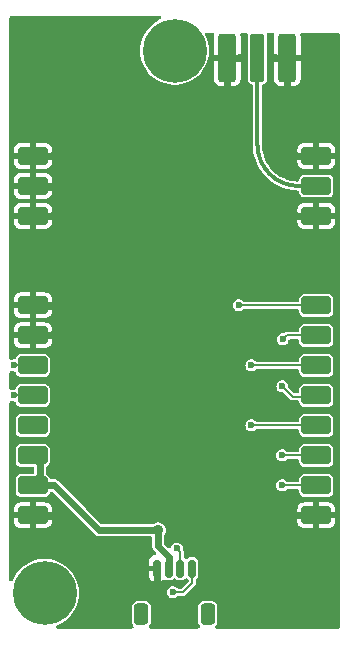
<source format=gbr>
%TF.GenerationSoftware,KiCad,Pcbnew,8.0.5*%
%TF.CreationDate,2024-10-25T02:08:45-07:00*%
%TF.ProjectId,ChungRF,4368756e-6752-4462-9e6b-696361645f70,R3*%
%TF.SameCoordinates,Original*%
%TF.FileFunction,Copper,L1,Top*%
%TF.FilePolarity,Positive*%
%FSLAX46Y46*%
G04 Gerber Fmt 4.6, Leading zero omitted, Abs format (unit mm)*
G04 Created by KiCad (PCBNEW 8.0.5) date 2024-10-25 02:08:45*
%MOMM*%
%LPD*%
G01*
G04 APERTURE LIST*
G04 Aperture macros list*
%AMRoundRect*
0 Rectangle with rounded corners*
0 $1 Rounding radius*
0 $2 $3 $4 $5 $6 $7 $8 $9 X,Y pos of 4 corners*
0 Add a 4 corners polygon primitive as box body*
4,1,4,$2,$3,$4,$5,$6,$7,$8,$9,$2,$3,0*
0 Add four circle primitives for the rounded corners*
1,1,$1+$1,$2,$3*
1,1,$1+$1,$4,$5*
1,1,$1+$1,$6,$7*
1,1,$1+$1,$8,$9*
0 Add four rect primitives between the rounded corners*
20,1,$1+$1,$2,$3,$4,$5,0*
20,1,$1+$1,$4,$5,$6,$7,0*
20,1,$1+$1,$6,$7,$8,$9,0*
20,1,$1+$1,$8,$9,$2,$3,0*%
G04 Aperture macros list end*
%TA.AperFunction,SMDPad,CuDef*%
%ADD10RoundRect,0.150000X-0.150000X-0.625000X0.150000X-0.625000X0.150000X0.625000X-0.150000X0.625000X0*%
%TD*%
%TA.AperFunction,SMDPad,CuDef*%
%ADD11RoundRect,0.250000X-0.350000X-0.650000X0.350000X-0.650000X0.350000X0.650000X-0.350000X0.650000X0*%
%TD*%
%TA.AperFunction,SMDPad,CuDef*%
%ADD12RoundRect,0.250000X-1.000000X-0.500000X1.000000X-0.500000X1.000000X0.500000X-1.000000X0.500000X0*%
%TD*%
%TA.AperFunction,SMDPad,CuDef*%
%ADD13RoundRect,0.250000X1.000000X0.500000X-1.000000X0.500000X-1.000000X-0.500000X1.000000X-0.500000X0*%
%TD*%
%TA.AperFunction,ComponentPad*%
%ADD14C,0.800000*%
%TD*%
%TA.AperFunction,ComponentPad*%
%ADD15C,5.400000*%
%TD*%
%TA.AperFunction,SMDPad,CuDef*%
%ADD16RoundRect,0.180000X-0.420000X-1.850000X0.420000X-1.850000X0.420000X1.850000X-0.420000X1.850000X0*%
%TD*%
%TA.AperFunction,SMDPad,CuDef*%
%ADD17RoundRect,0.228000X-0.532000X-1.802000X0.532000X-1.802000X0.532000X1.802000X-0.532000X1.802000X0*%
%TD*%
%TA.AperFunction,ViaPad*%
%ADD18C,0.700000*%
%TD*%
%TA.AperFunction,ViaPad*%
%ADD19C,0.600000*%
%TD*%
%TA.AperFunction,ViaPad*%
%ADD20C,0.900000*%
%TD*%
%TA.AperFunction,Conductor*%
%ADD21C,0.600000*%
%TD*%
%TA.AperFunction,Conductor*%
%ADD22C,0.190000*%
%TD*%
%TA.AperFunction,Conductor*%
%ADD23C,0.200000*%
%TD*%
%TA.AperFunction,Conductor*%
%ADD24C,0.349300*%
%TD*%
%TA.AperFunction,Conductor*%
%ADD25C,0.342100*%
%TD*%
G04 APERTURE END LIST*
D10*
%TO.P,J1,1,Pin_1*%
%TO.N,GND*%
X164049082Y-108500000D03*
%TO.P,J1,2,Pin_2*%
%TO.N,VBUS*%
X165049082Y-108500000D03*
%TO.P,J1,3,Pin_3*%
%TO.N,/CARFIO_SDA*%
X166049082Y-108500000D03*
%TO.P,J1,4,Pin_4*%
%TO.N,/CARFIO_SCL*%
X167049082Y-108500000D03*
D11*
%TO.P,J1,MP*%
%TO.N,N/C*%
X162749082Y-112375000D03*
X168349082Y-112375000D03*
%TD*%
D12*
%TO.P,U2,1,GND*%
%TO.N,GND*%
X153549082Y-73571410D03*
%TO.P,U2,2,GND*%
X153549082Y-76111410D03*
%TO.P,U2,3,GND*%
X153549082Y-78651410D03*
D13*
%TO.P,U2,4,GND*%
X153549082Y-86221410D03*
%TO.P,U2,5,GND*%
X153549082Y-88761410D03*
%TO.P,U2,6,RXEN*%
%TO.N,/RXEN*%
X153549082Y-91301410D03*
%TO.P,U2,7,TXEN*%
%TO.N,/TXEN*%
X153549082Y-93841410D03*
%TO.P,U2,8,DIO2*%
%TO.N,unconnected-(U2-DIO2-Pad8)*%
X153549082Y-96381410D03*
%TO.P,U2,9,VCC*%
%TO.N,VBUS*%
X153549082Y-98921410D03*
%TO.P,U2,10,VCC*%
X153549082Y-101461410D03*
%TO.P,U2,11,GND*%
%TO.N,GND*%
X153549082Y-104001410D03*
%TO.P,U2,12,GND*%
X177549082Y-104001410D03*
%TO.P,U2,13,DIO1*%
%TO.N,/DIO1*%
X177549082Y-101461410D03*
%TO.P,U2,14,BUSY*%
%TO.N,/BUSY*%
X177549082Y-98921410D03*
%TO.P,U2,15,~{NRST}*%
%TO.N,/NRST*%
X177549082Y-96381410D03*
%TO.P,U2,16,MISO*%
%TO.N,/MISO*%
X177549082Y-93841410D03*
%TO.P,U2,17,MOSI*%
%TO.N,/MOSI*%
X177549082Y-91301410D03*
%TO.P,U2,18,SCK*%
%TO.N,/SCK*%
X177549082Y-88761410D03*
%TO.P,U2,19,~{NSS}*%
%TO.N,/NSS*%
X177549082Y-86221410D03*
D12*
%TO.P,U2,20,GND*%
%TO.N,GND*%
X177549082Y-78651410D03*
%TO.P,U2,21,ANT*%
%TO.N,/RF_ANT*%
X177549082Y-76111410D03*
%TO.P,U2,22,GND*%
%TO.N,GND*%
X177549082Y-73571410D03*
%TD*%
D14*
%TO.P,H1,1*%
%TO.N,N/C*%
X163524082Y-64650000D03*
X164117191Y-63218109D03*
X164117191Y-66081891D03*
X165549082Y-62625000D03*
D15*
X165549082Y-64650000D03*
D14*
X165549082Y-66675000D03*
X166980973Y-63218109D03*
X166980973Y-66081891D03*
X167574082Y-64650000D03*
%TD*%
%TO.P,H2,1*%
%TO.N,N/C*%
X152516891Y-110598109D03*
X153110000Y-109166218D03*
X153110000Y-112030000D03*
X154541891Y-108573109D03*
D15*
X154541891Y-110598109D03*
D14*
X154541891Y-112623109D03*
X155973782Y-109166218D03*
X155973782Y-112030000D03*
X156566891Y-110598109D03*
%TD*%
D16*
%TO.P,J2,1,In*%
%TO.N,/RF_ANT*%
X172564984Y-65250000D03*
D17*
%TO.P,J2,2,Ext*%
%TO.N,GND*%
X170024984Y-65250000D03*
X175104984Y-65250000D03*
%TD*%
D18*
%TO.N,GND*%
X174000000Y-97150000D03*
D19*
%TO.N,/NSS*%
X171000000Y-86200000D03*
D18*
%TO.N,GND*%
X151919082Y-92550000D03*
X157100000Y-83050000D03*
D20*
X156700000Y-94050000D03*
D18*
X174600000Y-87800000D03*
D19*
%TO.N,/TXEN*%
X151950000Y-93850000D03*
%TO.N,/RXEN*%
X151951410Y-91301410D03*
D18*
%TO.N,GND*%
X178850000Y-112950000D03*
X161500000Y-112700000D03*
X174600000Y-85200000D03*
D20*
X174000000Y-94000000D03*
X174000000Y-79000000D03*
D19*
%TO.N,/SCK*%
X174700000Y-89100000D03*
%TO.N,/MISO*%
X174675000Y-93075000D03*
%TO.N,/MOSI*%
X172050000Y-91301410D03*
%TO.N,/BUSY*%
X174650000Y-98921410D03*
%TO.N,/NRST*%
X172050000Y-96381410D03*
%TO.N,/DIO1*%
X174650000Y-101461410D03*
D18*
%TO.N,GND*%
X171466310Y-71807946D03*
D20*
X174600000Y-104001410D03*
D18*
X174797501Y-77031690D03*
X174200000Y-74050000D03*
D20*
X164000000Y-99000000D03*
X169000000Y-89000000D03*
X164000000Y-69000000D03*
X178600000Y-63900000D03*
X161500000Y-104270000D03*
D18*
X173663660Y-70800000D03*
X173663660Y-68100000D03*
D20*
X152300000Y-82000000D03*
X159000000Y-74000000D03*
X175649082Y-78671410D03*
X164000000Y-79000000D03*
X169000000Y-74000000D03*
X169000000Y-69000000D03*
X174725000Y-106800000D03*
X159000000Y-69000000D03*
X159000000Y-62600000D03*
X164000000Y-89000000D03*
D18*
X171466310Y-69107946D03*
X175650000Y-77250000D03*
X171466310Y-70907946D03*
D20*
X170024984Y-68150000D03*
X166700000Y-112700000D03*
D18*
X174850000Y-74600000D03*
X175650000Y-74900000D03*
X171790200Y-74305988D03*
D20*
X164000000Y-74000000D03*
X164000000Y-104000000D03*
X169000000Y-94000000D03*
X164000000Y-84000000D03*
X155449082Y-73571410D03*
D18*
X171551807Y-73500802D03*
X173302284Y-76284240D03*
X174014984Y-65250000D03*
D20*
X155449082Y-76171410D03*
X155449082Y-104071410D03*
X169000000Y-108000000D03*
X161500000Y-101730000D03*
X169000000Y-84000000D03*
D18*
X172680585Y-75720756D03*
X173663660Y-69000000D03*
D20*
X175649082Y-73571410D03*
X169000000Y-79000000D03*
X152300000Y-108000000D03*
X164049082Y-110095000D03*
D18*
X171100000Y-65250000D03*
D20*
X157000000Y-101691410D03*
X156700000Y-100181410D03*
X175104984Y-68150000D03*
D18*
X172170973Y-75054072D03*
D20*
X155449082Y-78671410D03*
X178650000Y-69000000D03*
D18*
X171466310Y-68207946D03*
D20*
X174000000Y-112800000D03*
D18*
X173800000Y-73350000D03*
D20*
X164000000Y-94000000D03*
D18*
X173663660Y-72557437D03*
X173663660Y-71700000D03*
X174015702Y-76726063D03*
D20*
X153900000Y-62600000D03*
X156700000Y-98691410D03*
D18*
X171466310Y-72665383D03*
X173663660Y-69900000D03*
X171466310Y-70007946D03*
D20*
X169000000Y-99000000D03*
X169000000Y-104000000D03*
X159000000Y-79000000D03*
X155449082Y-88771410D03*
X152300000Y-69000000D03*
X155449082Y-86271410D03*
X152400000Y-64000000D03*
D19*
%TO.N,/CARFIO_SCL*%
X165400000Y-110500000D03*
%TO.N,/CARFIO_SDA*%
X165750000Y-106800000D03*
D20*
%TO.N,VBUS*%
X164150000Y-105250000D03*
X154150000Y-99400000D03*
X154150000Y-100950000D03*
D18*
%TO.N,GND*%
X174000000Y-100400000D03*
%TD*%
D21*
%TO.N,VBUS*%
X164150000Y-106600000D02*
X165049082Y-107499082D01*
X164150000Y-105250000D02*
X164150000Y-106600000D01*
X165049082Y-107499082D02*
X165049082Y-108500000D01*
D22*
%TO.N,/NSS*%
X171000000Y-86200000D02*
X171021410Y-86221410D01*
X171021410Y-86221410D02*
X177549082Y-86221410D01*
D23*
%TO.N,/MOSI*%
X172050000Y-91301410D02*
X177549082Y-91301410D01*
%TO.N,/NRST*%
X172050000Y-96381410D02*
X177549082Y-96381410D01*
%TO.N,/DIO1*%
X174650000Y-101461410D02*
X177549082Y-101461410D01*
%TO.N,/BUSY*%
X174650000Y-98921410D02*
X177549082Y-98921410D01*
D22*
%TO.N,/CARFIO_SCL*%
X167049082Y-109750918D02*
X167049082Y-108500000D01*
X165400000Y-110500000D02*
X166300000Y-110500000D01*
X166300000Y-110500000D02*
X167049082Y-109750918D01*
D21*
%TO.N,VBUS*%
X155361410Y-101461410D02*
X153549082Y-101461410D01*
X159150000Y-105250000D02*
X155361410Y-101461410D01*
X164150000Y-105250000D02*
X159150000Y-105250000D01*
D23*
%TO.N,/SCK*%
X175038590Y-88761410D02*
X177549082Y-88761410D01*
X174700000Y-89100000D02*
X175038590Y-88761410D01*
%TO.N,/MISO*%
X177440492Y-93950000D02*
X177549082Y-93841410D01*
X174675000Y-93075000D02*
X175550000Y-93950000D01*
X175550000Y-93950000D02*
X177440492Y-93950000D01*
D22*
%TO.N,/TXEN*%
X151958590Y-93841410D02*
X151950000Y-93850000D01*
X153549082Y-93841410D02*
X151958590Y-93841410D01*
D23*
%TO.N,/RXEN*%
X151950000Y-91300000D02*
X151951410Y-91301410D01*
X153549082Y-91301410D02*
X151951410Y-91301410D01*
D21*
%TO.N,GND*%
X175104984Y-65250000D02*
X175104984Y-68125016D01*
X155549082Y-88771410D02*
X153649082Y-88771410D01*
X155549082Y-73571410D02*
X153649082Y-73571410D01*
X155549082Y-78671410D02*
X153649082Y-78671410D01*
X171100000Y-65250000D02*
X170024984Y-65250000D01*
X164049082Y-110045918D02*
X164000000Y-110095000D01*
X174014984Y-65250000D02*
X175104984Y-65250000D01*
X155549082Y-86271410D02*
X153649082Y-86271410D01*
X175649082Y-78671410D02*
X177549082Y-78671410D01*
X170024984Y-65250000D02*
X170024984Y-68125016D01*
X175649082Y-73571410D02*
X177549082Y-73571410D01*
X164049082Y-108500000D02*
X164049082Y-110045918D01*
X177549082Y-104001410D02*
X174600000Y-104001410D01*
X155549082Y-76171410D02*
X153649082Y-76171410D01*
X155549082Y-104071410D02*
X153649082Y-104071410D01*
D24*
%TO.N,/RF_ANT*%
X177533179Y-76095507D02*
X177549082Y-76111410D01*
D25*
X172564984Y-72611410D02*
X172564984Y-65117312D01*
X176064984Y-76111410D02*
X177549082Y-76111410D01*
X176064984Y-76111410D02*
G75*
G02*
X172564990Y-72611410I16J3500010D01*
G01*
D22*
%TO.N,/NSS*%
X178021410Y-86221410D02*
X177549082Y-86221410D01*
%TO.N,/SCK*%
X177961410Y-88761410D02*
X177549082Y-88761410D01*
%TO.N,/TXEN*%
X153540492Y-93850000D02*
X153549082Y-93841410D01*
D21*
%TO.N,VBUS*%
X154150000Y-99400000D02*
X154150000Y-100950000D01*
D22*
%TO.N,/CARFIO_SDA*%
X166049082Y-107099082D02*
X166049082Y-108500000D01*
X165750000Y-106800000D02*
X166049082Y-107099082D01*
%TD*%
%TA.AperFunction,Conductor*%
%TO.N,GND*%
G36*
X164365213Y-61740462D02*
G01*
X164419751Y-61795000D01*
X164439713Y-61869500D01*
X164419751Y-61944000D01*
X164365213Y-61998538D01*
X164357584Y-62002651D01*
X164096379Y-62133832D01*
X163949693Y-62230309D01*
X163814088Y-62319498D01*
X163814086Y-62319499D01*
X163814085Y-62319500D01*
X163555266Y-62536674D01*
X163555261Y-62536680D01*
X163323412Y-62782424D01*
X163323409Y-62782428D01*
X163121641Y-63053449D01*
X162952707Y-63346051D01*
X162952705Y-63346055D01*
X162818883Y-63656289D01*
X162818881Y-63656296D01*
X162721984Y-63979954D01*
X162721982Y-63979964D01*
X162663312Y-64312695D01*
X162663310Y-64312709D01*
X162643666Y-64650000D01*
X162663310Y-64987290D01*
X162663312Y-64987304D01*
X162721982Y-65320035D01*
X162721984Y-65320045D01*
X162818881Y-65643703D01*
X162818883Y-65643710D01*
X162952705Y-65953944D01*
X162952707Y-65953948D01*
X163121642Y-66246552D01*
X163323404Y-66517565D01*
X163323406Y-66517567D01*
X163323409Y-66517571D01*
X163323412Y-66517575D01*
X163555261Y-66763319D01*
X163555266Y-66763325D01*
X163738074Y-66916718D01*
X163814088Y-66980502D01*
X164096374Y-67166164D01*
X164096379Y-67166167D01*
X164398300Y-67317797D01*
X164398306Y-67317800D01*
X164715799Y-67433358D01*
X165044562Y-67511276D01*
X165380147Y-67550500D01*
X165380150Y-67550500D01*
X165718014Y-67550500D01*
X165718017Y-67550500D01*
X166053602Y-67511276D01*
X166382365Y-67433358D01*
X166699858Y-67317800D01*
X167001790Y-67166164D01*
X167117773Y-67089881D01*
X168914985Y-67089881D01*
X168929861Y-67202887D01*
X168988101Y-67343493D01*
X169080748Y-67464234D01*
X169080749Y-67464235D01*
X169201490Y-67556882D01*
X169342101Y-67615124D01*
X169342098Y-67615124D01*
X169455094Y-67629999D01*
X169774984Y-67629999D01*
X170274984Y-67629999D01*
X170594865Y-67629999D01*
X170707871Y-67615122D01*
X170848477Y-67556882D01*
X170969218Y-67464235D01*
X170969219Y-67464234D01*
X171061866Y-67343493D01*
X171120108Y-67202883D01*
X171134983Y-67089892D01*
X171134984Y-67089888D01*
X171134984Y-65500000D01*
X170274984Y-65500000D01*
X170274984Y-67629999D01*
X169774984Y-67629999D01*
X169774984Y-65500000D01*
X168914985Y-65500000D01*
X168914985Y-67089881D01*
X167117773Y-67089881D01*
X167284076Y-66980502D01*
X167542899Y-66763323D01*
X167774760Y-66517565D01*
X167976522Y-66246552D01*
X168145457Y-65953948D01*
X168279280Y-65643711D01*
X168376182Y-65320035D01*
X168434853Y-64987298D01*
X168454498Y-64650000D01*
X168434853Y-64312702D01*
X168376182Y-63979965D01*
X168279280Y-63656289D01*
X168143740Y-63342071D01*
X168145028Y-63341515D01*
X168130730Y-63272232D01*
X168154997Y-63199021D01*
X168212619Y-63147752D01*
X168279477Y-63131910D01*
X168343860Y-63131910D01*
X168781708Y-63131910D01*
X168856208Y-63151872D01*
X168910746Y-63206410D01*
X168930708Y-63280910D01*
X168929433Y-63300358D01*
X168914984Y-63410107D01*
X168914984Y-65000000D01*
X171134983Y-65000000D01*
X171134983Y-63410118D01*
X171120534Y-63300357D01*
X171130603Y-63223888D01*
X171177556Y-63162699D01*
X171248813Y-63133184D01*
X171268260Y-63131910D01*
X171626001Y-63131910D01*
X171700501Y-63151872D01*
X171755039Y-63206410D01*
X171775001Y-63280910D01*
X171773444Y-63302393D01*
X171764484Y-63363881D01*
X171764484Y-67136118D01*
X171775259Y-67210069D01*
X171775260Y-67210073D01*
X171831031Y-67324155D01*
X171920828Y-67413952D01*
X172034910Y-67469723D01*
X172034912Y-67469724D01*
X172065917Y-67474241D01*
X172136758Y-67504734D01*
X172182864Y-67566565D01*
X172193434Y-67621684D01*
X172193434Y-72669794D01*
X172193440Y-72669889D01*
X172193440Y-72801612D01*
X172230726Y-73180166D01*
X172304939Y-73553257D01*
X172415362Y-73917270D01*
X172415363Y-73917274D01*
X172560932Y-74268704D01*
X172740246Y-74604179D01*
X172785168Y-74671409D01*
X172951583Y-74920466D01*
X173192902Y-75214515D01*
X173461881Y-75483493D01*
X173461891Y-75483501D01*
X173755926Y-75724812D01*
X173778447Y-75739860D01*
X174072213Y-75936148D01*
X174407690Y-76115465D01*
X174759127Y-76261037D01*
X175123140Y-76371460D01*
X175496224Y-76445672D01*
X175604384Y-76456325D01*
X175874781Y-76482959D01*
X175874786Y-76482959D01*
X175949582Y-76482959D01*
X176024082Y-76502921D01*
X176078620Y-76557459D01*
X176098582Y-76631959D01*
X176098582Y-76665685D01*
X176101435Y-76696105D01*
X176146289Y-76824293D01*
X176226930Y-76933558D01*
X176226933Y-76933561D01*
X176336198Y-77014202D01*
X176336199Y-77014202D01*
X176336200Y-77014203D01*
X176464383Y-77059056D01*
X176494816Y-77061910D01*
X176494823Y-77061910D01*
X178603341Y-77061910D01*
X178603348Y-77061910D01*
X178633781Y-77059056D01*
X178761964Y-77014203D01*
X178871232Y-76933560D01*
X178951875Y-76824292D01*
X178996728Y-76696109D01*
X178999582Y-76665676D01*
X178999582Y-75557144D01*
X178996728Y-75526711D01*
X178951875Y-75398528D01*
X178871232Y-75289260D01*
X178871230Y-75289258D01*
X178761965Y-75208617D01*
X178690135Y-75183483D01*
X178633781Y-75163764D01*
X178633779Y-75163763D01*
X178633777Y-75163763D01*
X178603357Y-75160910D01*
X178603348Y-75160910D01*
X176494816Y-75160910D01*
X176494806Y-75160910D01*
X176464386Y-75163763D01*
X176336198Y-75208617D01*
X176226933Y-75289258D01*
X176226930Y-75289261D01*
X176146289Y-75398526D01*
X176101435Y-75526714D01*
X176098582Y-75557134D01*
X176098582Y-75584606D01*
X176078620Y-75659106D01*
X176024082Y-75713644D01*
X175949582Y-75733606D01*
X175941784Y-75733402D01*
X175745767Y-75723129D01*
X175730255Y-75721498D01*
X175422264Y-75672715D01*
X175407010Y-75669473D01*
X175105780Y-75588758D01*
X175090947Y-75583938D01*
X174799828Y-75472187D01*
X174785580Y-75465844D01*
X174507724Y-75324269D01*
X174494217Y-75316471D01*
X174259069Y-75163763D01*
X174232676Y-75146623D01*
X174220063Y-75137459D01*
X174158134Y-75087310D01*
X173977715Y-74941209D01*
X173966125Y-74930773D01*
X173745623Y-74710270D01*
X173735187Y-74698680D01*
X173658663Y-74604181D01*
X173538930Y-74456322D01*
X173529766Y-74443709D01*
X173359929Y-74182181D01*
X173352131Y-74168675D01*
X173322610Y-74110738D01*
X175949083Y-74110738D01*
X175964525Y-74228039D01*
X175964525Y-74228041D01*
X176024982Y-74373999D01*
X176121155Y-74499332D01*
X176121159Y-74499336D01*
X176246492Y-74595509D01*
X176392453Y-74655967D01*
X176509756Y-74671409D01*
X177299082Y-74671409D01*
X177799082Y-74671409D01*
X178588403Y-74671409D01*
X178588410Y-74671408D01*
X178705711Y-74655966D01*
X178705713Y-74655966D01*
X178851671Y-74595509D01*
X178977004Y-74499336D01*
X178977008Y-74499332D01*
X179073181Y-74373999D01*
X179133639Y-74228038D01*
X179149081Y-74110738D01*
X179149082Y-74110733D01*
X179149082Y-73821410D01*
X177799082Y-73821410D01*
X177799082Y-74671409D01*
X177299082Y-74671409D01*
X177299082Y-73821410D01*
X175949083Y-73821410D01*
X175949083Y-74110738D01*
X173322610Y-74110738D01*
X173210553Y-73890814D01*
X173204210Y-73876566D01*
X173092452Y-73585429D01*
X173087643Y-73570628D01*
X173006928Y-73269395D01*
X173003686Y-73254140D01*
X172968515Y-73032081D01*
X175949082Y-73032081D01*
X175949082Y-73321410D01*
X177299082Y-73321410D01*
X177799082Y-73321410D01*
X179149081Y-73321410D01*
X179149081Y-73032089D01*
X179149080Y-73032081D01*
X179133638Y-72914780D01*
X179133638Y-72914778D01*
X179073181Y-72768820D01*
X178977008Y-72643487D01*
X178977004Y-72643483D01*
X178851671Y-72547310D01*
X178705710Y-72486852D01*
X178588410Y-72471410D01*
X177799082Y-72471410D01*
X177799082Y-73321410D01*
X177299082Y-73321410D01*
X177299082Y-72471410D01*
X176509761Y-72471410D01*
X176509752Y-72471411D01*
X176392452Y-72486853D01*
X176392450Y-72486853D01*
X176246492Y-72547310D01*
X176121159Y-72643483D01*
X176121155Y-72643487D01*
X176024982Y-72768820D01*
X175964524Y-72914781D01*
X175949082Y-73032081D01*
X172968515Y-73032081D01*
X172954901Y-72946130D01*
X172953270Y-72930620D01*
X172952440Y-72914778D01*
X172936737Y-72615175D01*
X172936534Y-72607399D01*
X172936534Y-67621684D01*
X172956496Y-67547184D01*
X173011034Y-67492646D01*
X173064049Y-67474241D01*
X173095056Y-67469724D01*
X173209141Y-67413951D01*
X173298935Y-67324157D01*
X173354708Y-67210072D01*
X173365484Y-67136110D01*
X173365484Y-67089881D01*
X173994985Y-67089881D01*
X174009861Y-67202887D01*
X174068101Y-67343493D01*
X174160748Y-67464234D01*
X174160749Y-67464235D01*
X174281490Y-67556882D01*
X174422101Y-67615124D01*
X174422098Y-67615124D01*
X174535094Y-67629999D01*
X174854984Y-67629999D01*
X175354984Y-67629999D01*
X175674865Y-67629999D01*
X175787871Y-67615122D01*
X175928477Y-67556882D01*
X176049218Y-67464235D01*
X176049219Y-67464234D01*
X176141866Y-67343493D01*
X176200108Y-67202883D01*
X176214983Y-67089892D01*
X176214984Y-67089888D01*
X176214984Y-65500000D01*
X175354984Y-65500000D01*
X175354984Y-67629999D01*
X174854984Y-67629999D01*
X174854984Y-65500000D01*
X173994985Y-65500000D01*
X173994985Y-67089881D01*
X173365484Y-67089881D01*
X173365484Y-63363890D01*
X173356524Y-63302392D01*
X173365536Y-63225794D01*
X173411640Y-63163962D01*
X173482484Y-63133467D01*
X173503967Y-63131910D01*
X173861708Y-63131910D01*
X173936208Y-63151872D01*
X173990746Y-63206410D01*
X174010708Y-63280910D01*
X174009433Y-63300358D01*
X173994984Y-63410107D01*
X173994984Y-65000000D01*
X176214983Y-65000000D01*
X176214983Y-63410118D01*
X176200534Y-63300357D01*
X176210603Y-63223888D01*
X176257556Y-63162699D01*
X176328813Y-63133184D01*
X176348260Y-63131910D01*
X179379582Y-63131910D01*
X179454082Y-63151872D01*
X179508620Y-63206410D01*
X179528582Y-63280910D01*
X179528582Y-113430500D01*
X179508620Y-113505000D01*
X179454082Y-113559538D01*
X179379582Y-113579500D01*
X169144903Y-113579500D01*
X169070403Y-113559538D01*
X169015865Y-113505000D01*
X168995903Y-113430500D01*
X169015865Y-113356000D01*
X169025018Y-113342021D01*
X169101874Y-113237883D01*
X169101873Y-113237883D01*
X169101875Y-113237882D01*
X169146728Y-113109699D01*
X169149582Y-113079266D01*
X169149582Y-111670734D01*
X169146728Y-111640301D01*
X169101875Y-111512118D01*
X169021232Y-111402850D01*
X169021230Y-111402848D01*
X168911965Y-111322207D01*
X168852124Y-111301268D01*
X168783781Y-111277354D01*
X168783779Y-111277353D01*
X168783777Y-111277353D01*
X168753357Y-111274500D01*
X168753348Y-111274500D01*
X167944816Y-111274500D01*
X167944806Y-111274500D01*
X167914386Y-111277353D01*
X167786198Y-111322207D01*
X167676933Y-111402848D01*
X167676930Y-111402851D01*
X167596289Y-111512116D01*
X167551435Y-111640304D01*
X167548582Y-111670724D01*
X167548582Y-113079275D01*
X167551435Y-113109695D01*
X167596289Y-113237883D01*
X167673146Y-113342021D01*
X167701324Y-113413818D01*
X167689829Y-113490084D01*
X167641740Y-113550385D01*
X167569943Y-113578563D01*
X167553261Y-113579500D01*
X163544903Y-113579500D01*
X163470403Y-113559538D01*
X163415865Y-113505000D01*
X163395903Y-113430500D01*
X163415865Y-113356000D01*
X163425018Y-113342021D01*
X163501874Y-113237883D01*
X163501873Y-113237883D01*
X163501875Y-113237882D01*
X163546728Y-113109699D01*
X163549582Y-113079266D01*
X163549582Y-111670734D01*
X163546728Y-111640301D01*
X163501875Y-111512118D01*
X163421232Y-111402850D01*
X163421230Y-111402848D01*
X163311965Y-111322207D01*
X163252124Y-111301268D01*
X163183781Y-111277354D01*
X163183779Y-111277353D01*
X163183777Y-111277353D01*
X163153357Y-111274500D01*
X163153348Y-111274500D01*
X162344816Y-111274500D01*
X162344806Y-111274500D01*
X162314386Y-111277353D01*
X162186198Y-111322207D01*
X162076933Y-111402848D01*
X162076930Y-111402851D01*
X161996289Y-111512116D01*
X161951435Y-111640304D01*
X161948582Y-111670724D01*
X161948582Y-113079275D01*
X161951435Y-113109695D01*
X161996289Y-113237883D01*
X162073146Y-113342021D01*
X162101324Y-113413818D01*
X162089829Y-113490084D01*
X162041740Y-113550385D01*
X161969943Y-113578563D01*
X161953261Y-113579500D01*
X155676103Y-113579500D01*
X155601603Y-113559538D01*
X155547065Y-113505000D01*
X155527103Y-113430500D01*
X155547065Y-113356000D01*
X155601603Y-113301462D01*
X155625142Y-113290486D01*
X155692667Y-113265909D01*
X155994599Y-113114273D01*
X156276885Y-112928611D01*
X156535708Y-112711432D01*
X156767569Y-112465674D01*
X156969331Y-112194661D01*
X157138266Y-111902057D01*
X157272089Y-111591820D01*
X157368991Y-111268144D01*
X157427662Y-110935407D01*
X157447307Y-110598109D01*
X157427662Y-110260811D01*
X157368991Y-109928074D01*
X157350101Y-109864978D01*
X157272091Y-109604405D01*
X157272089Y-109604398D01*
X157200223Y-109437793D01*
X157138266Y-109294161D01*
X157068211Y-109172822D01*
X163399082Y-109172822D01*
X163399083Y-109172842D01*
X163405483Y-109232377D01*
X163455727Y-109367084D01*
X163455732Y-109367094D01*
X163541891Y-109482187D01*
X163541894Y-109482190D01*
X163656987Y-109568349D01*
X163656997Y-109568354D01*
X163791701Y-109618597D01*
X163791708Y-109618598D01*
X163799082Y-109619390D01*
X163799082Y-108750000D01*
X163399082Y-108750000D01*
X163399082Y-109172822D01*
X157068211Y-109172822D01*
X156969331Y-109001557D01*
X156767569Y-108730544D01*
X156767565Y-108730540D01*
X156767563Y-108730537D01*
X156767560Y-108730533D01*
X156535711Y-108484789D01*
X156535706Y-108484783D01*
X156327560Y-108310129D01*
X156276885Y-108267607D01*
X155994599Y-108081945D01*
X155994593Y-108081941D01*
X155692672Y-107930311D01*
X155692669Y-107930310D01*
X155692668Y-107930309D01*
X155692667Y-107930309D01*
X155375174Y-107814751D01*
X155241552Y-107783082D01*
X155046417Y-107736834D01*
X155046413Y-107736833D01*
X155046411Y-107736833D01*
X154710826Y-107697609D01*
X154372956Y-107697609D01*
X154037371Y-107736833D01*
X154037369Y-107736833D01*
X154037364Y-107736834D01*
X153708604Y-107814752D01*
X153391112Y-107930310D01*
X153391109Y-107930311D01*
X153089188Y-108081941D01*
X152942502Y-108178418D01*
X152806897Y-108267607D01*
X152806895Y-108267608D01*
X152806894Y-108267609D01*
X152548075Y-108484783D01*
X152548070Y-108484789D01*
X152316221Y-108730533D01*
X152316218Y-108730537D01*
X152114450Y-109001558D01*
X151945516Y-109294160D01*
X151945514Y-109294164D01*
X151855396Y-109503083D01*
X151807559Y-109563583D01*
X151735880Y-109592059D01*
X151659566Y-109580881D01*
X151599066Y-109533044D01*
X151570590Y-109461365D01*
X151569582Y-109444067D01*
X151569582Y-104540738D01*
X151949083Y-104540738D01*
X151964525Y-104658039D01*
X151964525Y-104658041D01*
X152024982Y-104803999D01*
X152121155Y-104929332D01*
X152121159Y-104929336D01*
X152246492Y-105025509D01*
X152392453Y-105085967D01*
X152509756Y-105101409D01*
X153299082Y-105101409D01*
X153799082Y-105101409D01*
X154588403Y-105101409D01*
X154588410Y-105101408D01*
X154705711Y-105085966D01*
X154705713Y-105085966D01*
X154851671Y-105025509D01*
X154977004Y-104929336D01*
X154977008Y-104929332D01*
X155073181Y-104803999D01*
X155133639Y-104658038D01*
X155149081Y-104540738D01*
X155149082Y-104540733D01*
X155149082Y-104251410D01*
X153799082Y-104251410D01*
X153799082Y-105101409D01*
X153299082Y-105101409D01*
X153299082Y-104251410D01*
X151949083Y-104251410D01*
X151949083Y-104540738D01*
X151569582Y-104540738D01*
X151569582Y-103462081D01*
X151949082Y-103462081D01*
X151949082Y-103751410D01*
X153299082Y-103751410D01*
X153799082Y-103751410D01*
X155149081Y-103751410D01*
X155149081Y-103462089D01*
X155149080Y-103462081D01*
X155133638Y-103344780D01*
X155133638Y-103344778D01*
X155073181Y-103198820D01*
X154977008Y-103073487D01*
X154977004Y-103073483D01*
X154851671Y-102977310D01*
X154705710Y-102916852D01*
X154588410Y-102901410D01*
X153799082Y-102901410D01*
X153799082Y-103751410D01*
X153299082Y-103751410D01*
X153299082Y-102901410D01*
X152509761Y-102901410D01*
X152509752Y-102901411D01*
X152392452Y-102916853D01*
X152392450Y-102916853D01*
X152246492Y-102977310D01*
X152121159Y-103073483D01*
X152121155Y-103073487D01*
X152024982Y-103198820D01*
X151964524Y-103344781D01*
X151949082Y-103462081D01*
X151569582Y-103462081D01*
X151569582Y-98367134D01*
X152098582Y-98367134D01*
X152098582Y-99475685D01*
X152101435Y-99506105D01*
X152146289Y-99634293D01*
X152226930Y-99743558D01*
X152226933Y-99743561D01*
X152336198Y-99824202D01*
X152336199Y-99824202D01*
X152336200Y-99824203D01*
X152464383Y-99869056D01*
X152494816Y-99871910D01*
X153500500Y-99871910D01*
X153575000Y-99891872D01*
X153629538Y-99946410D01*
X153649500Y-100020910D01*
X153649500Y-100361910D01*
X153629538Y-100436410D01*
X153575000Y-100490948D01*
X153500500Y-100510910D01*
X152494806Y-100510910D01*
X152464386Y-100513763D01*
X152336198Y-100558617D01*
X152226933Y-100639258D01*
X152226930Y-100639261D01*
X152146289Y-100748526D01*
X152101435Y-100876714D01*
X152098582Y-100907134D01*
X152098582Y-102015685D01*
X152101435Y-102046105D01*
X152146289Y-102174293D01*
X152226930Y-102283558D01*
X152226933Y-102283561D01*
X152336198Y-102364202D01*
X152336199Y-102364202D01*
X152336200Y-102364203D01*
X152464383Y-102409056D01*
X152494816Y-102411910D01*
X152494823Y-102411910D01*
X154603341Y-102411910D01*
X154603348Y-102411910D01*
X154633781Y-102409056D01*
X154761964Y-102364203D01*
X154871232Y-102283560D01*
X154951875Y-102174292D01*
X154981025Y-102090984D01*
X155024473Y-102027259D01*
X155093962Y-101993794D01*
X155170875Y-101999557D01*
X155227023Y-102034837D01*
X158842686Y-105650500D01*
X158866073Y-105664002D01*
X158866076Y-105664005D01*
X158866077Y-105664005D01*
X158956809Y-105716390D01*
X158956811Y-105716390D01*
X158956814Y-105716392D01*
X159084107Y-105750500D01*
X159084108Y-105750500D01*
X163500500Y-105750500D01*
X163575000Y-105770462D01*
X163629538Y-105825000D01*
X163649500Y-105899500D01*
X163649500Y-106665893D01*
X163658639Y-106700001D01*
X163683608Y-106793186D01*
X163687542Y-106800000D01*
X163749497Y-106907310D01*
X163749498Y-106907311D01*
X163749500Y-106907314D01*
X163962829Y-107120643D01*
X164001392Y-107187436D01*
X164001392Y-107264564D01*
X163962828Y-107331359D01*
X163896033Y-107369923D01*
X163857469Y-107375000D01*
X163851259Y-107375000D01*
X163851239Y-107375001D01*
X163791704Y-107381401D01*
X163656997Y-107431645D01*
X163656987Y-107431650D01*
X163541894Y-107517809D01*
X163541891Y-107517812D01*
X163455732Y-107632905D01*
X163455727Y-107632915D01*
X163405483Y-107767622D01*
X163399083Y-107827157D01*
X163399082Y-107827177D01*
X163399082Y-108250000D01*
X164150082Y-108250000D01*
X164224582Y-108269962D01*
X164279120Y-108324500D01*
X164299082Y-108399000D01*
X164299082Y-109619390D01*
X164306455Y-109618598D01*
X164306462Y-109618597D01*
X164441166Y-109568354D01*
X164441176Y-109568349D01*
X164556269Y-109482190D01*
X164563806Y-109474654D01*
X164564746Y-109475594D01*
X164616767Y-109434684D01*
X164693110Y-109423706D01*
X164740863Y-109437792D01*
X164797689Y-109465573D01*
X164797688Y-109465573D01*
X164865813Y-109475499D01*
X164865819Y-109475499D01*
X164865822Y-109475500D01*
X164865823Y-109475500D01*
X165232341Y-109475500D01*
X165232342Y-109475500D01*
X165232345Y-109475499D01*
X165232350Y-109475499D01*
X165300475Y-109465573D01*
X165300476Y-109465573D01*
X165405563Y-109414199D01*
X165405563Y-109414198D01*
X165405565Y-109414198D01*
X165443723Y-109376040D01*
X165510518Y-109337476D01*
X165587646Y-109337476D01*
X165654441Y-109376040D01*
X165692600Y-109414199D01*
X165797687Y-109465573D01*
X165865813Y-109475499D01*
X165865819Y-109475499D01*
X165865822Y-109475500D01*
X165865823Y-109475500D01*
X166232341Y-109475500D01*
X166232342Y-109475500D01*
X166232345Y-109475499D01*
X166232350Y-109475499D01*
X166300475Y-109465573D01*
X166300476Y-109465573D01*
X166405563Y-109414199D01*
X166405563Y-109414198D01*
X166405565Y-109414198D01*
X166443724Y-109376038D01*
X166510516Y-109337475D01*
X166587645Y-109337475D01*
X166654437Y-109376036D01*
X166692599Y-109414198D01*
X166692600Y-109414198D01*
X166701330Y-109422928D01*
X166700160Y-109424097D01*
X166740194Y-109472707D01*
X166753582Y-109534435D01*
X166753582Y-109566800D01*
X166733620Y-109641300D01*
X166709941Y-109672159D01*
X166221241Y-110160859D01*
X166154446Y-110199423D01*
X166115882Y-110204500D01*
X165874250Y-110204500D01*
X165799750Y-110184538D01*
X165761643Y-110153073D01*
X165731133Y-110117862D01*
X165731127Y-110117856D01*
X165697465Y-110096223D01*
X165610053Y-110040047D01*
X165610050Y-110040046D01*
X165471967Y-109999501D01*
X165471962Y-109999500D01*
X165471961Y-109999500D01*
X165328039Y-109999500D01*
X165328037Y-109999500D01*
X165328032Y-109999501D01*
X165189949Y-110040046D01*
X165068872Y-110117856D01*
X165068870Y-110117859D01*
X164974622Y-110226628D01*
X164914834Y-110357545D01*
X164894353Y-110499996D01*
X164894353Y-110500003D01*
X164914834Y-110642454D01*
X164914834Y-110642455D01*
X164914835Y-110642457D01*
X164974623Y-110773373D01*
X165068872Y-110882143D01*
X165189947Y-110959953D01*
X165328039Y-111000500D01*
X165328041Y-111000500D01*
X165471959Y-111000500D01*
X165471961Y-111000500D01*
X165610053Y-110959953D01*
X165731128Y-110882143D01*
X165761643Y-110846927D01*
X165825516Y-110803695D01*
X165874250Y-110795500D01*
X166338901Y-110795500D01*
X166338904Y-110795500D01*
X166376481Y-110785431D01*
X166414059Y-110775362D01*
X166481441Y-110736459D01*
X166536459Y-110681441D01*
X167285541Y-109932359D01*
X167288015Y-109928074D01*
X167324444Y-109864977D01*
X167344582Y-109789821D01*
X167344582Y-109534435D01*
X167364544Y-109459935D01*
X167397521Y-109423614D01*
X167396835Y-109422928D01*
X167488278Y-109331485D01*
X167488281Y-109331481D01*
X167539655Y-109226394D01*
X167539655Y-109226393D01*
X167549581Y-109158268D01*
X167549582Y-109158258D01*
X167549582Y-107841741D01*
X167549581Y-107841731D01*
X167539655Y-107773606D01*
X167539655Y-107773605D01*
X167488281Y-107668518D01*
X167405563Y-107585800D01*
X167300476Y-107534426D01*
X167232350Y-107524500D01*
X167232342Y-107524500D01*
X166865822Y-107524500D01*
X166865813Y-107524500D01*
X166797688Y-107534426D01*
X166797687Y-107534426D01*
X166692600Y-107585800D01*
X166692599Y-107585801D01*
X166654441Y-107623960D01*
X166587646Y-107662524D01*
X166510518Y-107662524D01*
X166443723Y-107623960D01*
X166396835Y-107577072D01*
X166398003Y-107575903D01*
X166357964Y-107527278D01*
X166344582Y-107465563D01*
X166344582Y-107060179D01*
X166324444Y-106985023D01*
X166299869Y-106942457D01*
X166285543Y-106917643D01*
X166284328Y-106916060D01*
X166283563Y-106914214D01*
X166280658Y-106909182D01*
X166281320Y-106908799D01*
X166254809Y-106844804D01*
X166255050Y-106804145D01*
X166255647Y-106800000D01*
X166246928Y-106739358D01*
X166235166Y-106657545D01*
X166175377Y-106526628D01*
X166175377Y-106526627D01*
X166081128Y-106417857D01*
X166081127Y-106417856D01*
X166041961Y-106392686D01*
X165960053Y-106340047D01*
X165960050Y-106340046D01*
X165821967Y-106299501D01*
X165821962Y-106299500D01*
X165821961Y-106299500D01*
X165678039Y-106299500D01*
X165678037Y-106299500D01*
X165678032Y-106299501D01*
X165539949Y-106340046D01*
X165418872Y-106417856D01*
X165418870Y-106417859D01*
X165324622Y-106526628D01*
X165264834Y-106657544D01*
X165263265Y-106668458D01*
X165232902Y-106739358D01*
X165171156Y-106785578D01*
X165094574Y-106794733D01*
X165023674Y-106764370D01*
X165010423Y-106752609D01*
X164694141Y-106436327D01*
X164655577Y-106369532D01*
X164650500Y-106330968D01*
X164650500Y-105716446D01*
X164670462Y-105641946D01*
X164676869Y-105631814D01*
X164730220Y-105554523D01*
X164786237Y-105406818D01*
X164805278Y-105250000D01*
X164786237Y-105093182D01*
X164730220Y-104945477D01*
X164640483Y-104815470D01*
X164627535Y-104803999D01*
X164522239Y-104710716D01*
X164382363Y-104637303D01*
X164304591Y-104618134D01*
X164228985Y-104599500D01*
X164071015Y-104599500D01*
X164010359Y-104614450D01*
X163917636Y-104637303D01*
X163777757Y-104710718D01*
X163776283Y-104712025D01*
X163774769Y-104712780D01*
X163770342Y-104715837D01*
X163769908Y-104715208D01*
X163707283Y-104746488D01*
X163677475Y-104749500D01*
X159419032Y-104749500D01*
X159344532Y-104729538D01*
X159313673Y-104705859D01*
X159148552Y-104540738D01*
X175949083Y-104540738D01*
X175964525Y-104658039D01*
X175964525Y-104658041D01*
X176024982Y-104803999D01*
X176121155Y-104929332D01*
X176121159Y-104929336D01*
X176246492Y-105025509D01*
X176392453Y-105085967D01*
X176509756Y-105101409D01*
X177299082Y-105101409D01*
X177799082Y-105101409D01*
X178588403Y-105101409D01*
X178588410Y-105101408D01*
X178705711Y-105085966D01*
X178705713Y-105085966D01*
X178851671Y-105025509D01*
X178977004Y-104929336D01*
X178977008Y-104929332D01*
X179073181Y-104803999D01*
X179133639Y-104658038D01*
X179149081Y-104540738D01*
X179149082Y-104540733D01*
X179149082Y-104251410D01*
X177799082Y-104251410D01*
X177799082Y-105101409D01*
X177299082Y-105101409D01*
X177299082Y-104251410D01*
X175949083Y-104251410D01*
X175949083Y-104540738D01*
X159148552Y-104540738D01*
X158069895Y-103462081D01*
X175949082Y-103462081D01*
X175949082Y-103751410D01*
X177299082Y-103751410D01*
X177799082Y-103751410D01*
X179149081Y-103751410D01*
X179149081Y-103462089D01*
X179149080Y-103462081D01*
X179133638Y-103344780D01*
X179133638Y-103344778D01*
X179073181Y-103198820D01*
X178977008Y-103073487D01*
X178977004Y-103073483D01*
X178851671Y-102977310D01*
X178705710Y-102916852D01*
X178588410Y-102901410D01*
X177799082Y-102901410D01*
X177799082Y-103751410D01*
X177299082Y-103751410D01*
X177299082Y-102901410D01*
X176509761Y-102901410D01*
X176509752Y-102901411D01*
X176392452Y-102916853D01*
X176392450Y-102916853D01*
X176246492Y-102977310D01*
X176121159Y-103073483D01*
X176121155Y-103073487D01*
X176024982Y-103198820D01*
X175964524Y-103344781D01*
X175949082Y-103462081D01*
X158069895Y-103462081D01*
X157509224Y-102901410D01*
X156069220Y-101461406D01*
X174144353Y-101461406D01*
X174144353Y-101461413D01*
X174164834Y-101603864D01*
X174164834Y-101603865D01*
X174164835Y-101603867D01*
X174224623Y-101734783D01*
X174318872Y-101843553D01*
X174439947Y-101921363D01*
X174578039Y-101961910D01*
X174578041Y-101961910D01*
X174721959Y-101961910D01*
X174721961Y-101961910D01*
X174860053Y-101921363D01*
X174981128Y-101843553D01*
X175007311Y-101813335D01*
X175071185Y-101770105D01*
X175119918Y-101761910D01*
X175949582Y-101761910D01*
X176024082Y-101781872D01*
X176078620Y-101836410D01*
X176098582Y-101910910D01*
X176098582Y-102015685D01*
X176101435Y-102046105D01*
X176146289Y-102174293D01*
X176226930Y-102283558D01*
X176226933Y-102283561D01*
X176336198Y-102364202D01*
X176336199Y-102364202D01*
X176336200Y-102364203D01*
X176464383Y-102409056D01*
X176494816Y-102411910D01*
X176494823Y-102411910D01*
X178603341Y-102411910D01*
X178603348Y-102411910D01*
X178633781Y-102409056D01*
X178761964Y-102364203D01*
X178871232Y-102283560D01*
X178951875Y-102174292D01*
X178996728Y-102046109D01*
X178999582Y-102015676D01*
X178999582Y-100907144D01*
X178996728Y-100876711D01*
X178951875Y-100748528D01*
X178871232Y-100639260D01*
X178871230Y-100639258D01*
X178761965Y-100558617D01*
X178650499Y-100519614D01*
X178633781Y-100513764D01*
X178633779Y-100513763D01*
X178633777Y-100513763D01*
X178603357Y-100510910D01*
X178603348Y-100510910D01*
X176494816Y-100510910D01*
X176494806Y-100510910D01*
X176464386Y-100513763D01*
X176336198Y-100558617D01*
X176226933Y-100639258D01*
X176226930Y-100639261D01*
X176146289Y-100748526D01*
X176101435Y-100876714D01*
X176098582Y-100907134D01*
X176098582Y-101011910D01*
X176078620Y-101086410D01*
X176024082Y-101140948D01*
X175949582Y-101160910D01*
X175119918Y-101160910D01*
X175045418Y-101140948D01*
X175007311Y-101109484D01*
X174987317Y-101086410D01*
X174981128Y-101079267D01*
X174981127Y-101079266D01*
X174947465Y-101057633D01*
X174860053Y-101001457D01*
X174860050Y-101001456D01*
X174721967Y-100960911D01*
X174721962Y-100960910D01*
X174721961Y-100960910D01*
X174578039Y-100960910D01*
X174578037Y-100960910D01*
X174578032Y-100960911D01*
X174439949Y-101001456D01*
X174318872Y-101079266D01*
X174318870Y-101079269D01*
X174224622Y-101188038D01*
X174164834Y-101318955D01*
X174144353Y-101461406D01*
X156069220Y-101461406D01*
X155668724Y-101060910D01*
X155668721Y-101060908D01*
X155668720Y-101060907D01*
X155597924Y-101020033D01*
X155554596Y-100995018D01*
X155427302Y-100960910D01*
X155131912Y-100960910D01*
X155057412Y-100940948D01*
X155002874Y-100886410D01*
X154991273Y-100861121D01*
X154951874Y-100748526D01*
X154871233Y-100639261D01*
X154871230Y-100639258D01*
X154761964Y-100558616D01*
X154761961Y-100558614D01*
X154750285Y-100554529D01*
X154686560Y-100511080D01*
X154653097Y-100441589D01*
X154650500Y-100413892D01*
X154650500Y-99968926D01*
X154670462Y-99894426D01*
X154725000Y-99839888D01*
X154750281Y-99828290D01*
X154761964Y-99824203D01*
X154871232Y-99743560D01*
X154951875Y-99634292D01*
X154996728Y-99506109D01*
X154999582Y-99475676D01*
X154999582Y-98921406D01*
X174144353Y-98921406D01*
X174144353Y-98921413D01*
X174164834Y-99063864D01*
X174164834Y-99063865D01*
X174164835Y-99063867D01*
X174224623Y-99194783D01*
X174318872Y-99303553D01*
X174439947Y-99381363D01*
X174578039Y-99421910D01*
X174578041Y-99421910D01*
X174721959Y-99421910D01*
X174721961Y-99421910D01*
X174860053Y-99381363D01*
X174981128Y-99303553D01*
X175007311Y-99273335D01*
X175071185Y-99230105D01*
X175119918Y-99221910D01*
X175949582Y-99221910D01*
X176024082Y-99241872D01*
X176078620Y-99296410D01*
X176098582Y-99370910D01*
X176098582Y-99475685D01*
X176101435Y-99506105D01*
X176146289Y-99634293D01*
X176226930Y-99743558D01*
X176226933Y-99743561D01*
X176336198Y-99824202D01*
X176336199Y-99824202D01*
X176336200Y-99824203D01*
X176464383Y-99869056D01*
X176494816Y-99871910D01*
X176494823Y-99871910D01*
X178603341Y-99871910D01*
X178603348Y-99871910D01*
X178633781Y-99869056D01*
X178761964Y-99824203D01*
X178871232Y-99743560D01*
X178951875Y-99634292D01*
X178996728Y-99506109D01*
X178999582Y-99475676D01*
X178999582Y-98367144D01*
X178996728Y-98336711D01*
X178951875Y-98208528D01*
X178871232Y-98099260D01*
X178871230Y-98099258D01*
X178761965Y-98018617D01*
X178702124Y-97997678D01*
X178633781Y-97973764D01*
X178633779Y-97973763D01*
X178633777Y-97973763D01*
X178603357Y-97970910D01*
X178603348Y-97970910D01*
X176494816Y-97970910D01*
X176494806Y-97970910D01*
X176464386Y-97973763D01*
X176336198Y-98018617D01*
X176226933Y-98099258D01*
X176226930Y-98099261D01*
X176146289Y-98208526D01*
X176101435Y-98336714D01*
X176098582Y-98367134D01*
X176098582Y-98471910D01*
X176078620Y-98546410D01*
X176024082Y-98600948D01*
X175949582Y-98620910D01*
X175119918Y-98620910D01*
X175045418Y-98600948D01*
X175007311Y-98569484D01*
X174987317Y-98546410D01*
X174981128Y-98539267D01*
X174981127Y-98539266D01*
X174947465Y-98517633D01*
X174860053Y-98461457D01*
X174860050Y-98461456D01*
X174721967Y-98420911D01*
X174721962Y-98420910D01*
X174721961Y-98420910D01*
X174578039Y-98420910D01*
X174578037Y-98420910D01*
X174578032Y-98420911D01*
X174439949Y-98461456D01*
X174318872Y-98539266D01*
X174318870Y-98539269D01*
X174224622Y-98648038D01*
X174164834Y-98778955D01*
X174144353Y-98921406D01*
X154999582Y-98921406D01*
X154999582Y-98367144D01*
X154996728Y-98336711D01*
X154951875Y-98208528D01*
X154871232Y-98099260D01*
X154871230Y-98099258D01*
X154761965Y-98018617D01*
X154702124Y-97997678D01*
X154633781Y-97973764D01*
X154633779Y-97973763D01*
X154633777Y-97973763D01*
X154603357Y-97970910D01*
X154603348Y-97970910D01*
X152494816Y-97970910D01*
X152494806Y-97970910D01*
X152464386Y-97973763D01*
X152336198Y-98018617D01*
X152226933Y-98099258D01*
X152226930Y-98099261D01*
X152146289Y-98208526D01*
X152101435Y-98336714D01*
X152098582Y-98367134D01*
X151569582Y-98367134D01*
X151569582Y-95827134D01*
X152098582Y-95827134D01*
X152098582Y-96935685D01*
X152101435Y-96966105D01*
X152146289Y-97094293D01*
X152226930Y-97203558D01*
X152226933Y-97203561D01*
X152336198Y-97284202D01*
X152336199Y-97284202D01*
X152336200Y-97284203D01*
X152464383Y-97329056D01*
X152494816Y-97331910D01*
X152494823Y-97331910D01*
X154603341Y-97331910D01*
X154603348Y-97331910D01*
X154633781Y-97329056D01*
X154761964Y-97284203D01*
X154871232Y-97203560D01*
X154951875Y-97094292D01*
X154996728Y-96966109D01*
X154999582Y-96935676D01*
X154999582Y-96381406D01*
X171544353Y-96381406D01*
X171544353Y-96381413D01*
X171564834Y-96523864D01*
X171564834Y-96523865D01*
X171564835Y-96523867D01*
X171624623Y-96654783D01*
X171718872Y-96763553D01*
X171839947Y-96841363D01*
X171978039Y-96881910D01*
X171978041Y-96881910D01*
X172121959Y-96881910D01*
X172121961Y-96881910D01*
X172260053Y-96841363D01*
X172381128Y-96763553D01*
X172407311Y-96733335D01*
X172471185Y-96690105D01*
X172519918Y-96681910D01*
X175949582Y-96681910D01*
X176024082Y-96701872D01*
X176078620Y-96756410D01*
X176098582Y-96830910D01*
X176098582Y-96935685D01*
X176101435Y-96966105D01*
X176146289Y-97094293D01*
X176226930Y-97203558D01*
X176226933Y-97203561D01*
X176336198Y-97284202D01*
X176336199Y-97284202D01*
X176336200Y-97284203D01*
X176464383Y-97329056D01*
X176494816Y-97331910D01*
X176494823Y-97331910D01*
X178603341Y-97331910D01*
X178603348Y-97331910D01*
X178633781Y-97329056D01*
X178761964Y-97284203D01*
X178871232Y-97203560D01*
X178951875Y-97094292D01*
X178996728Y-96966109D01*
X178999582Y-96935676D01*
X178999582Y-95827144D01*
X178996728Y-95796711D01*
X178951875Y-95668528D01*
X178871232Y-95559260D01*
X178871230Y-95559258D01*
X178761965Y-95478617D01*
X178702124Y-95457678D01*
X178633781Y-95433764D01*
X178633779Y-95433763D01*
X178633777Y-95433763D01*
X178603357Y-95430910D01*
X178603348Y-95430910D01*
X176494816Y-95430910D01*
X176494806Y-95430910D01*
X176464386Y-95433763D01*
X176336198Y-95478617D01*
X176226933Y-95559258D01*
X176226930Y-95559261D01*
X176146289Y-95668526D01*
X176101435Y-95796714D01*
X176098582Y-95827134D01*
X176098582Y-95931910D01*
X176078620Y-96006410D01*
X176024082Y-96060948D01*
X175949582Y-96080910D01*
X172519918Y-96080910D01*
X172445418Y-96060948D01*
X172407311Y-96029484D01*
X172387317Y-96006410D01*
X172381128Y-95999267D01*
X172381127Y-95999266D01*
X172347465Y-95977633D01*
X172260053Y-95921457D01*
X172260050Y-95921456D01*
X172121967Y-95880911D01*
X172121962Y-95880910D01*
X172121961Y-95880910D01*
X171978039Y-95880910D01*
X171978037Y-95880910D01*
X171978032Y-95880911D01*
X171839949Y-95921456D01*
X171718872Y-95999266D01*
X171718870Y-95999269D01*
X171624622Y-96108038D01*
X171564834Y-96238955D01*
X171544353Y-96381406D01*
X154999582Y-96381406D01*
X154999582Y-95827144D01*
X154996728Y-95796711D01*
X154951875Y-95668528D01*
X154871232Y-95559260D01*
X154871230Y-95559258D01*
X154761965Y-95478617D01*
X154702124Y-95457678D01*
X154633781Y-95433764D01*
X154633779Y-95433763D01*
X154633777Y-95433763D01*
X154603357Y-95430910D01*
X154603348Y-95430910D01*
X152494816Y-95430910D01*
X152494806Y-95430910D01*
X152464386Y-95433763D01*
X152336198Y-95478617D01*
X152226933Y-95559258D01*
X152226930Y-95559261D01*
X152146289Y-95668526D01*
X152101435Y-95796714D01*
X152098582Y-95827134D01*
X151569582Y-95827134D01*
X151569582Y-94458969D01*
X151589544Y-94384469D01*
X151644082Y-94329931D01*
X151718582Y-94309969D01*
X151760556Y-94316004D01*
X151878039Y-94350500D01*
X151878041Y-94350500D01*
X151969258Y-94350500D01*
X152043758Y-94370462D01*
X152098296Y-94425000D01*
X152109897Y-94450289D01*
X152146289Y-94554293D01*
X152226930Y-94663558D01*
X152226933Y-94663561D01*
X152336198Y-94744202D01*
X152336199Y-94744202D01*
X152336200Y-94744203D01*
X152464383Y-94789056D01*
X152494816Y-94791910D01*
X152494823Y-94791910D01*
X154603341Y-94791910D01*
X154603348Y-94791910D01*
X154633781Y-94789056D01*
X154761964Y-94744203D01*
X154871232Y-94663560D01*
X154951875Y-94554292D01*
X154996728Y-94426109D01*
X154999582Y-94395676D01*
X154999582Y-93287144D01*
X154996728Y-93256711D01*
X154951875Y-93128528D01*
X154912367Y-93074996D01*
X174169353Y-93074996D01*
X174169353Y-93075003D01*
X174189834Y-93217454D01*
X174189834Y-93217455D01*
X174189835Y-93217457D01*
X174249623Y-93348373D01*
X174343872Y-93457143D01*
X174464947Y-93534953D01*
X174603039Y-93575500D01*
X174603041Y-93575500D01*
X174688811Y-93575500D01*
X174763311Y-93595462D01*
X174794170Y-93619141D01*
X175309540Y-94134511D01*
X175365489Y-94190460D01*
X175434011Y-94230021D01*
X175510438Y-94250500D01*
X175949598Y-94250500D01*
X176024098Y-94270462D01*
X176078636Y-94325000D01*
X176098435Y-94392530D01*
X176098582Y-94395685D01*
X176101435Y-94426105D01*
X176146289Y-94554293D01*
X176226930Y-94663558D01*
X176226933Y-94663561D01*
X176336198Y-94744202D01*
X176336199Y-94744202D01*
X176336200Y-94744203D01*
X176464383Y-94789056D01*
X176494816Y-94791910D01*
X176494823Y-94791910D01*
X178603341Y-94791910D01*
X178603348Y-94791910D01*
X178633781Y-94789056D01*
X178761964Y-94744203D01*
X178871232Y-94663560D01*
X178951875Y-94554292D01*
X178996728Y-94426109D01*
X178999582Y-94395676D01*
X178999582Y-93287144D01*
X178996728Y-93256711D01*
X178951875Y-93128528D01*
X178871232Y-93019260D01*
X178871230Y-93019258D01*
X178761965Y-92938617D01*
X178702124Y-92917678D01*
X178633781Y-92893764D01*
X178633779Y-92893763D01*
X178633777Y-92893763D01*
X178603357Y-92890910D01*
X178603348Y-92890910D01*
X176494816Y-92890910D01*
X176494806Y-92890910D01*
X176464386Y-92893763D01*
X176336198Y-92938617D01*
X176226933Y-93019258D01*
X176226930Y-93019261D01*
X176146289Y-93128526D01*
X176101435Y-93256714D01*
X176098582Y-93287134D01*
X176098582Y-93500500D01*
X176078620Y-93575000D01*
X176024082Y-93629538D01*
X175949582Y-93649500D01*
X175736189Y-93649500D01*
X175661689Y-93629538D01*
X175630830Y-93605859D01*
X175223244Y-93198273D01*
X175184680Y-93131478D01*
X175181953Y-93085658D01*
X175180647Y-93085658D01*
X175180647Y-93074996D01*
X175160166Y-92932545D01*
X175142455Y-92893764D01*
X175100377Y-92801627D01*
X175006128Y-92692857D01*
X175006127Y-92692856D01*
X174972465Y-92671223D01*
X174885053Y-92615047D01*
X174885050Y-92615046D01*
X174746967Y-92574501D01*
X174746962Y-92574500D01*
X174746961Y-92574500D01*
X174603039Y-92574500D01*
X174603037Y-92574500D01*
X174603032Y-92574501D01*
X174464949Y-92615046D01*
X174343872Y-92692856D01*
X174343870Y-92692859D01*
X174249622Y-92801628D01*
X174189834Y-92932545D01*
X174169353Y-93074996D01*
X154912367Y-93074996D01*
X154871232Y-93019260D01*
X154871230Y-93019258D01*
X154761965Y-92938617D01*
X154702124Y-92917678D01*
X154633781Y-92893764D01*
X154633779Y-92893763D01*
X154633777Y-92893763D01*
X154603357Y-92890910D01*
X154603348Y-92890910D01*
X152494816Y-92890910D01*
X152494806Y-92890910D01*
X152464386Y-92893763D01*
X152336198Y-92938617D01*
X152226933Y-93019258D01*
X152226930Y-93019261D01*
X152146289Y-93128526D01*
X152140338Y-93145534D01*
X152103884Y-93249712D01*
X152060438Y-93313437D01*
X151990949Y-93346902D01*
X151963247Y-93349500D01*
X151878038Y-93349500D01*
X151831824Y-93363069D01*
X151760558Y-93383995D01*
X151683454Y-93385830D01*
X151615760Y-93348866D01*
X151575617Y-93283008D01*
X151569582Y-93241030D01*
X151569582Y-91909965D01*
X151589544Y-91835465D01*
X151644082Y-91780927D01*
X151718582Y-91760965D01*
X151760556Y-91767000D01*
X151879449Y-91801910D01*
X151879451Y-91801910D01*
X151966252Y-91801910D01*
X152040752Y-91821872D01*
X152095290Y-91876410D01*
X152106891Y-91901699D01*
X152146289Y-92014293D01*
X152226930Y-92123558D01*
X152226933Y-92123561D01*
X152336198Y-92204202D01*
X152336199Y-92204202D01*
X152336200Y-92204203D01*
X152464383Y-92249056D01*
X152494816Y-92251910D01*
X152494823Y-92251910D01*
X154603341Y-92251910D01*
X154603348Y-92251910D01*
X154633781Y-92249056D01*
X154761964Y-92204203D01*
X154871232Y-92123560D01*
X154951875Y-92014292D01*
X154996728Y-91886109D01*
X154999582Y-91855676D01*
X154999582Y-91301406D01*
X171544353Y-91301406D01*
X171544353Y-91301413D01*
X171564834Y-91443864D01*
X171564834Y-91443865D01*
X171564835Y-91443867D01*
X171624623Y-91574783D01*
X171718872Y-91683553D01*
X171839947Y-91761363D01*
X171978039Y-91801910D01*
X171978041Y-91801910D01*
X172121959Y-91801910D01*
X172121961Y-91801910D01*
X172260053Y-91761363D01*
X172381128Y-91683553D01*
X172407311Y-91653335D01*
X172471185Y-91610105D01*
X172519918Y-91601910D01*
X175949582Y-91601910D01*
X176024082Y-91621872D01*
X176078620Y-91676410D01*
X176098582Y-91750910D01*
X176098582Y-91855685D01*
X176101435Y-91886105D01*
X176146289Y-92014293D01*
X176226930Y-92123558D01*
X176226933Y-92123561D01*
X176336198Y-92204202D01*
X176336199Y-92204202D01*
X176336200Y-92204203D01*
X176464383Y-92249056D01*
X176494816Y-92251910D01*
X176494823Y-92251910D01*
X178603341Y-92251910D01*
X178603348Y-92251910D01*
X178633781Y-92249056D01*
X178761964Y-92204203D01*
X178871232Y-92123560D01*
X178951875Y-92014292D01*
X178996728Y-91886109D01*
X178999582Y-91855676D01*
X178999582Y-90747144D01*
X178996728Y-90716711D01*
X178951875Y-90588528D01*
X178871232Y-90479260D01*
X178871230Y-90479258D01*
X178761965Y-90398617D01*
X178702124Y-90377678D01*
X178633781Y-90353764D01*
X178633779Y-90353763D01*
X178633777Y-90353763D01*
X178603357Y-90350910D01*
X178603348Y-90350910D01*
X176494816Y-90350910D01*
X176494806Y-90350910D01*
X176464386Y-90353763D01*
X176336198Y-90398617D01*
X176226933Y-90479258D01*
X176226930Y-90479261D01*
X176146289Y-90588526D01*
X176101435Y-90716714D01*
X176098582Y-90747134D01*
X176098582Y-90851910D01*
X176078620Y-90926410D01*
X176024082Y-90980948D01*
X175949582Y-91000910D01*
X172519918Y-91000910D01*
X172445418Y-90980948D01*
X172407311Y-90949484D01*
X172387317Y-90926410D01*
X172381128Y-90919267D01*
X172381127Y-90919266D01*
X172347465Y-90897633D01*
X172260053Y-90841457D01*
X172260050Y-90841456D01*
X172121967Y-90800911D01*
X172121962Y-90800910D01*
X172121961Y-90800910D01*
X171978039Y-90800910D01*
X171978037Y-90800910D01*
X171978032Y-90800911D01*
X171839949Y-90841456D01*
X171718872Y-90919266D01*
X171718870Y-90919269D01*
X171624622Y-91028038D01*
X171564834Y-91158955D01*
X171544353Y-91301406D01*
X154999582Y-91301406D01*
X154999582Y-90747144D01*
X154996728Y-90716711D01*
X154951875Y-90588528D01*
X154871232Y-90479260D01*
X154871230Y-90479258D01*
X154761965Y-90398617D01*
X154702124Y-90377678D01*
X154633781Y-90353764D01*
X154633779Y-90353763D01*
X154633777Y-90353763D01*
X154603357Y-90350910D01*
X154603348Y-90350910D01*
X152494816Y-90350910D01*
X152494806Y-90350910D01*
X152464386Y-90353763D01*
X152336198Y-90398617D01*
X152226933Y-90479258D01*
X152226930Y-90479261D01*
X152146289Y-90588526D01*
X152106891Y-90701121D01*
X152063443Y-90764848D01*
X151993953Y-90798312D01*
X151966252Y-90800910D01*
X151879448Y-90800910D01*
X151832137Y-90814801D01*
X151760558Y-90835819D01*
X151683454Y-90837654D01*
X151615760Y-90800690D01*
X151575617Y-90734832D01*
X151569582Y-90692854D01*
X151569582Y-89300738D01*
X151949083Y-89300738D01*
X151964525Y-89418039D01*
X151964525Y-89418041D01*
X152024982Y-89563999D01*
X152121155Y-89689332D01*
X152121159Y-89689336D01*
X152246492Y-89785509D01*
X152392453Y-89845967D01*
X152509756Y-89861409D01*
X153299082Y-89861409D01*
X153799082Y-89861409D01*
X154588403Y-89861409D01*
X154588410Y-89861408D01*
X154705711Y-89845966D01*
X154705713Y-89845966D01*
X154851671Y-89785509D01*
X154977004Y-89689336D01*
X154977008Y-89689332D01*
X155073181Y-89563999D01*
X155133639Y-89418038D01*
X155149081Y-89300738D01*
X155149082Y-89300733D01*
X155149082Y-89099996D01*
X174194353Y-89099996D01*
X174194353Y-89100003D01*
X174214834Y-89242454D01*
X174214834Y-89242455D01*
X174214835Y-89242457D01*
X174274623Y-89373373D01*
X174368872Y-89482143D01*
X174489947Y-89559953D01*
X174628039Y-89600500D01*
X174628041Y-89600500D01*
X174771959Y-89600500D01*
X174771961Y-89600500D01*
X174910053Y-89559953D01*
X175031128Y-89482143D01*
X175125377Y-89373373D01*
X175185165Y-89242457D01*
X175192750Y-89189705D01*
X175223111Y-89118805D01*
X175284855Y-89072583D01*
X175340233Y-89061910D01*
X175949582Y-89061910D01*
X176024082Y-89081872D01*
X176078620Y-89136410D01*
X176098582Y-89210910D01*
X176098582Y-89315685D01*
X176101435Y-89346105D01*
X176101435Y-89346107D01*
X176101436Y-89346109D01*
X176110976Y-89373373D01*
X176146289Y-89474293D01*
X176226930Y-89583558D01*
X176226933Y-89583561D01*
X176336198Y-89664202D01*
X176336199Y-89664202D01*
X176336200Y-89664203D01*
X176464383Y-89709056D01*
X176494816Y-89711910D01*
X176494823Y-89711910D01*
X178603341Y-89711910D01*
X178603348Y-89711910D01*
X178633781Y-89709056D01*
X178761964Y-89664203D01*
X178871232Y-89583560D01*
X178951875Y-89474292D01*
X178996728Y-89346109D01*
X178999582Y-89315676D01*
X178999582Y-88207144D01*
X178996728Y-88176711D01*
X178951875Y-88048528D01*
X178871232Y-87939260D01*
X178871230Y-87939258D01*
X178761965Y-87858617D01*
X178690135Y-87833483D01*
X178633781Y-87813764D01*
X178633779Y-87813763D01*
X178633777Y-87813763D01*
X178603357Y-87810910D01*
X178603348Y-87810910D01*
X176494816Y-87810910D01*
X176494806Y-87810910D01*
X176464386Y-87813763D01*
X176336198Y-87858617D01*
X176226933Y-87939258D01*
X176226930Y-87939261D01*
X176146289Y-88048526D01*
X176101435Y-88176714D01*
X176098582Y-88207134D01*
X176098582Y-88311910D01*
X176078620Y-88386410D01*
X176024082Y-88440948D01*
X175949582Y-88460910D01*
X174999025Y-88460910D01*
X174937591Y-88477371D01*
X174922602Y-88481388D01*
X174922601Y-88481388D01*
X174922599Y-88481389D01*
X174854081Y-88520948D01*
X174854078Y-88520950D01*
X174819170Y-88555859D01*
X174752375Y-88594423D01*
X174713811Y-88599500D01*
X174628039Y-88599500D01*
X174628037Y-88599500D01*
X174628032Y-88599501D01*
X174489949Y-88640046D01*
X174368872Y-88717856D01*
X174368870Y-88717859D01*
X174274622Y-88826628D01*
X174214834Y-88957545D01*
X174194353Y-89099996D01*
X155149082Y-89099996D01*
X155149082Y-89011410D01*
X153799082Y-89011410D01*
X153799082Y-89861409D01*
X153299082Y-89861409D01*
X153299082Y-89011410D01*
X151949083Y-89011410D01*
X151949083Y-89300738D01*
X151569582Y-89300738D01*
X151569582Y-88222081D01*
X151949082Y-88222081D01*
X151949082Y-88511410D01*
X153299082Y-88511410D01*
X153799082Y-88511410D01*
X155149081Y-88511410D01*
X155149081Y-88222089D01*
X155149080Y-88222081D01*
X155133638Y-88104780D01*
X155133638Y-88104778D01*
X155073181Y-87958820D01*
X154977008Y-87833487D01*
X154977004Y-87833483D01*
X154851671Y-87737310D01*
X154705710Y-87676852D01*
X154588410Y-87661410D01*
X153799082Y-87661410D01*
X153799082Y-88511410D01*
X153299082Y-88511410D01*
X153299082Y-87661410D01*
X152509761Y-87661410D01*
X152509752Y-87661411D01*
X152392452Y-87676853D01*
X152392450Y-87676853D01*
X152246492Y-87737310D01*
X152121159Y-87833483D01*
X152121155Y-87833487D01*
X152024982Y-87958820D01*
X151964524Y-88104781D01*
X151949082Y-88222081D01*
X151569582Y-88222081D01*
X151569582Y-86760738D01*
X151949083Y-86760738D01*
X151964525Y-86878039D01*
X151964525Y-86878041D01*
X152024982Y-87023999D01*
X152121155Y-87149332D01*
X152121159Y-87149336D01*
X152246492Y-87245509D01*
X152392453Y-87305967D01*
X152509756Y-87321409D01*
X153299082Y-87321409D01*
X153799082Y-87321409D01*
X154588403Y-87321409D01*
X154588410Y-87321408D01*
X154705711Y-87305966D01*
X154705713Y-87305966D01*
X154851671Y-87245509D01*
X154977004Y-87149336D01*
X154977008Y-87149332D01*
X155073181Y-87023999D01*
X155133639Y-86878038D01*
X155149081Y-86760738D01*
X155149082Y-86760733D01*
X155149082Y-86471410D01*
X153799082Y-86471410D01*
X153799082Y-87321409D01*
X153299082Y-87321409D01*
X153299082Y-86471410D01*
X151949083Y-86471410D01*
X151949083Y-86760738D01*
X151569582Y-86760738D01*
X151569582Y-86199996D01*
X170494353Y-86199996D01*
X170494353Y-86200003D01*
X170514834Y-86342454D01*
X170573726Y-86471410D01*
X170574623Y-86473373D01*
X170668872Y-86582143D01*
X170789947Y-86659953D01*
X170928039Y-86700500D01*
X170928041Y-86700500D01*
X171071959Y-86700500D01*
X171071961Y-86700500D01*
X171210053Y-86659953D01*
X171331128Y-86582143D01*
X171334005Y-86578821D01*
X171343091Y-86568338D01*
X171406963Y-86525106D01*
X171455699Y-86516910D01*
X175949582Y-86516910D01*
X176024082Y-86536872D01*
X176078620Y-86591410D01*
X176098582Y-86665910D01*
X176098582Y-86775685D01*
X176101435Y-86806105D01*
X176146289Y-86934293D01*
X176226930Y-87043558D01*
X176226933Y-87043561D01*
X176336198Y-87124202D01*
X176336199Y-87124202D01*
X176336200Y-87124203D01*
X176464383Y-87169056D01*
X176494816Y-87171910D01*
X176494823Y-87171910D01*
X178603341Y-87171910D01*
X178603348Y-87171910D01*
X178633781Y-87169056D01*
X178761964Y-87124203D01*
X178871232Y-87043560D01*
X178951875Y-86934292D01*
X178996728Y-86806109D01*
X178999582Y-86775676D01*
X178999582Y-85667144D01*
X178996728Y-85636711D01*
X178951875Y-85508528D01*
X178871232Y-85399260D01*
X178871230Y-85399258D01*
X178761965Y-85318617D01*
X178690135Y-85293483D01*
X178633781Y-85273764D01*
X178633779Y-85273763D01*
X178633777Y-85273763D01*
X178603357Y-85270910D01*
X178603348Y-85270910D01*
X176494816Y-85270910D01*
X176494806Y-85270910D01*
X176464386Y-85273763D01*
X176336198Y-85318617D01*
X176226933Y-85399258D01*
X176226930Y-85399261D01*
X176146289Y-85508526D01*
X176101435Y-85636714D01*
X176098582Y-85667134D01*
X176098582Y-85776910D01*
X176078620Y-85851410D01*
X176024082Y-85905948D01*
X175949582Y-85925910D01*
X171492802Y-85925910D01*
X171418302Y-85905948D01*
X171380195Y-85874484D01*
X171331128Y-85817857D01*
X171331127Y-85817856D01*
X171267413Y-85776910D01*
X171210053Y-85740047D01*
X171210050Y-85740046D01*
X171071967Y-85699501D01*
X171071962Y-85699500D01*
X171071961Y-85699500D01*
X170928039Y-85699500D01*
X170928037Y-85699500D01*
X170928032Y-85699501D01*
X170789949Y-85740046D01*
X170668872Y-85817856D01*
X170668870Y-85817859D01*
X170574622Y-85926628D01*
X170514834Y-86057545D01*
X170494353Y-86199996D01*
X151569582Y-86199996D01*
X151569582Y-85682081D01*
X151949082Y-85682081D01*
X151949082Y-85971410D01*
X153299082Y-85971410D01*
X153799082Y-85971410D01*
X155149081Y-85971410D01*
X155149081Y-85682089D01*
X155149080Y-85682081D01*
X155133638Y-85564780D01*
X155133638Y-85564778D01*
X155073181Y-85418820D01*
X154977008Y-85293487D01*
X154977004Y-85293483D01*
X154851671Y-85197310D01*
X154705710Y-85136852D01*
X154588410Y-85121410D01*
X153799082Y-85121410D01*
X153799082Y-85971410D01*
X153299082Y-85971410D01*
X153299082Y-85121410D01*
X152509761Y-85121410D01*
X152509752Y-85121411D01*
X152392452Y-85136853D01*
X152392450Y-85136853D01*
X152246492Y-85197310D01*
X152121159Y-85293483D01*
X152121155Y-85293487D01*
X152024982Y-85418820D01*
X151964524Y-85564781D01*
X151949082Y-85682081D01*
X151569582Y-85682081D01*
X151569582Y-79190738D01*
X151949083Y-79190738D01*
X151964525Y-79308039D01*
X151964525Y-79308041D01*
X152024982Y-79453999D01*
X152121155Y-79579332D01*
X152121159Y-79579336D01*
X152246492Y-79675509D01*
X152392453Y-79735967D01*
X152509756Y-79751409D01*
X153299082Y-79751409D01*
X153799082Y-79751409D01*
X154588403Y-79751409D01*
X154588410Y-79751408D01*
X154705711Y-79735966D01*
X154705713Y-79735966D01*
X154851671Y-79675509D01*
X154977004Y-79579336D01*
X154977008Y-79579332D01*
X155073181Y-79453999D01*
X155133639Y-79308038D01*
X155149081Y-79190738D01*
X175949083Y-79190738D01*
X175964525Y-79308039D01*
X175964525Y-79308041D01*
X176024982Y-79453999D01*
X176121155Y-79579332D01*
X176121159Y-79579336D01*
X176246492Y-79675509D01*
X176392453Y-79735967D01*
X176509756Y-79751409D01*
X177299082Y-79751409D01*
X177799082Y-79751409D01*
X178588403Y-79751409D01*
X178588410Y-79751408D01*
X178705711Y-79735966D01*
X178705713Y-79735966D01*
X178851671Y-79675509D01*
X178977004Y-79579336D01*
X178977008Y-79579332D01*
X179073181Y-79453999D01*
X179133639Y-79308038D01*
X179149081Y-79190738D01*
X179149082Y-79190733D01*
X179149082Y-78901410D01*
X177799082Y-78901410D01*
X177799082Y-79751409D01*
X177299082Y-79751409D01*
X177299082Y-78901410D01*
X175949083Y-78901410D01*
X175949083Y-79190738D01*
X155149081Y-79190738D01*
X155149082Y-79190733D01*
X155149082Y-78901410D01*
X153799082Y-78901410D01*
X153799082Y-79751409D01*
X153299082Y-79751409D01*
X153299082Y-78901410D01*
X151949083Y-78901410D01*
X151949083Y-79190738D01*
X151569582Y-79190738D01*
X151569582Y-78112081D01*
X151949082Y-78112081D01*
X151949082Y-78401410D01*
X153299082Y-78401410D01*
X153799082Y-78401410D01*
X155149081Y-78401410D01*
X155149081Y-78112089D01*
X155149080Y-78112081D01*
X175949082Y-78112081D01*
X175949082Y-78401410D01*
X177299082Y-78401410D01*
X177799082Y-78401410D01*
X179149081Y-78401410D01*
X179149081Y-78112089D01*
X179149080Y-78112081D01*
X179133638Y-77994780D01*
X179133638Y-77994778D01*
X179073181Y-77848820D01*
X178977008Y-77723487D01*
X178977004Y-77723483D01*
X178851671Y-77627310D01*
X178705710Y-77566852D01*
X178588410Y-77551410D01*
X177799082Y-77551410D01*
X177799082Y-78401410D01*
X177299082Y-78401410D01*
X177299082Y-77551410D01*
X176509761Y-77551410D01*
X176509752Y-77551411D01*
X176392452Y-77566853D01*
X176392450Y-77566853D01*
X176246492Y-77627310D01*
X176121159Y-77723483D01*
X176121155Y-77723487D01*
X176024982Y-77848820D01*
X175964524Y-77994781D01*
X175949082Y-78112081D01*
X155149080Y-78112081D01*
X155133638Y-77994780D01*
X155133638Y-77994778D01*
X155073181Y-77848820D01*
X154977008Y-77723487D01*
X154977004Y-77723483D01*
X154851671Y-77627310D01*
X154705710Y-77566852D01*
X154588410Y-77551410D01*
X153799082Y-77551410D01*
X153799082Y-78401410D01*
X153299082Y-78401410D01*
X153299082Y-77551410D01*
X152509761Y-77551410D01*
X152509752Y-77551411D01*
X152392452Y-77566853D01*
X152392450Y-77566853D01*
X152246492Y-77627310D01*
X152121159Y-77723483D01*
X152121155Y-77723487D01*
X152024982Y-77848820D01*
X151964524Y-77994781D01*
X151949082Y-78112081D01*
X151569582Y-78112081D01*
X151569582Y-76650738D01*
X151949083Y-76650738D01*
X151964525Y-76768039D01*
X151964525Y-76768041D01*
X152024982Y-76913999D01*
X152121155Y-77039332D01*
X152121159Y-77039336D01*
X152246492Y-77135509D01*
X152392453Y-77195967D01*
X152509756Y-77211409D01*
X153299082Y-77211409D01*
X153799082Y-77211409D01*
X154588403Y-77211409D01*
X154588410Y-77211408D01*
X154705711Y-77195966D01*
X154705713Y-77195966D01*
X154851671Y-77135509D01*
X154977004Y-77039336D01*
X154977008Y-77039332D01*
X155073181Y-76913999D01*
X155133639Y-76768038D01*
X155149081Y-76650738D01*
X155149082Y-76650733D01*
X155149082Y-76361410D01*
X153799082Y-76361410D01*
X153799082Y-77211409D01*
X153299082Y-77211409D01*
X153299082Y-76361410D01*
X151949083Y-76361410D01*
X151949083Y-76650738D01*
X151569582Y-76650738D01*
X151569582Y-75572081D01*
X151949082Y-75572081D01*
X151949082Y-75861410D01*
X153299082Y-75861410D01*
X153799082Y-75861410D01*
X155149081Y-75861410D01*
X155149081Y-75572089D01*
X155149080Y-75572081D01*
X155133638Y-75454780D01*
X155133638Y-75454778D01*
X155073181Y-75308820D01*
X154977008Y-75183487D01*
X154977004Y-75183483D01*
X154851671Y-75087310D01*
X154705710Y-75026852D01*
X154588410Y-75011410D01*
X153799082Y-75011410D01*
X153799082Y-75861410D01*
X153299082Y-75861410D01*
X153299082Y-75011410D01*
X152509761Y-75011410D01*
X152509752Y-75011411D01*
X152392452Y-75026853D01*
X152392450Y-75026853D01*
X152246492Y-75087310D01*
X152121159Y-75183483D01*
X152121155Y-75183487D01*
X152024982Y-75308820D01*
X151964524Y-75454781D01*
X151949082Y-75572081D01*
X151569582Y-75572081D01*
X151569582Y-74110738D01*
X151949083Y-74110738D01*
X151964525Y-74228039D01*
X151964525Y-74228041D01*
X152024982Y-74373999D01*
X152121155Y-74499332D01*
X152121159Y-74499336D01*
X152246492Y-74595509D01*
X152392453Y-74655967D01*
X152509756Y-74671409D01*
X153299082Y-74671409D01*
X153799082Y-74671409D01*
X154588403Y-74671409D01*
X154588410Y-74671408D01*
X154705711Y-74655966D01*
X154705713Y-74655966D01*
X154851671Y-74595509D01*
X154977004Y-74499336D01*
X154977008Y-74499332D01*
X155073181Y-74373999D01*
X155133639Y-74228038D01*
X155149081Y-74110738D01*
X155149082Y-74110733D01*
X155149082Y-73821410D01*
X153799082Y-73821410D01*
X153799082Y-74671409D01*
X153299082Y-74671409D01*
X153299082Y-73821410D01*
X151949083Y-73821410D01*
X151949083Y-74110738D01*
X151569582Y-74110738D01*
X151569582Y-73032081D01*
X151949082Y-73032081D01*
X151949082Y-73321410D01*
X153299082Y-73321410D01*
X153799082Y-73321410D01*
X155149081Y-73321410D01*
X155149081Y-73032089D01*
X155149080Y-73032081D01*
X155133638Y-72914780D01*
X155133638Y-72914778D01*
X155073181Y-72768820D01*
X154977008Y-72643487D01*
X154977004Y-72643483D01*
X154851671Y-72547310D01*
X154705710Y-72486852D01*
X154588410Y-72471410D01*
X153799082Y-72471410D01*
X153799082Y-73321410D01*
X153299082Y-73321410D01*
X153299082Y-72471410D01*
X152509761Y-72471410D01*
X152509752Y-72471411D01*
X152392452Y-72486853D01*
X152392450Y-72486853D01*
X152246492Y-72547310D01*
X152121159Y-72643483D01*
X152121155Y-72643487D01*
X152024982Y-72768820D01*
X151964524Y-72914781D01*
X151949082Y-73032081D01*
X151569582Y-73032081D01*
X151569582Y-61869500D01*
X151589544Y-61795000D01*
X151644082Y-61740462D01*
X151718582Y-61720500D01*
X164290713Y-61720500D01*
X164365213Y-61740462D01*
G37*
%TD.AperFunction*%
%TD*%
M02*

</source>
